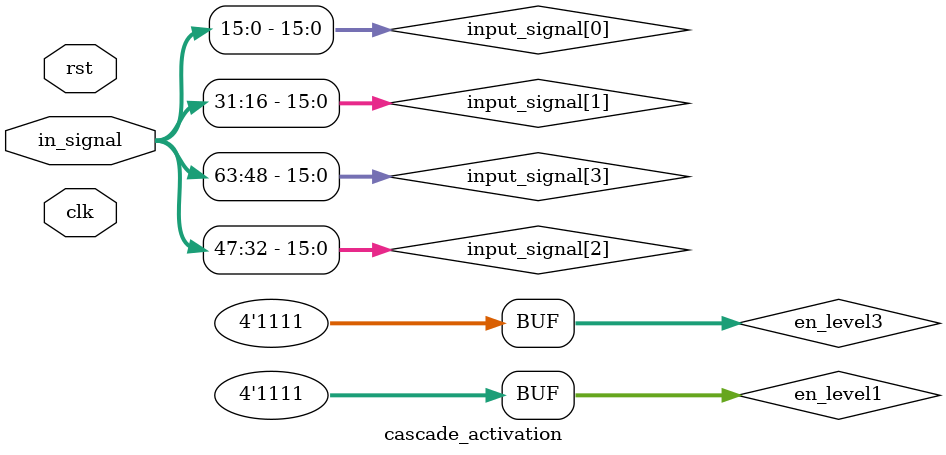
<source format=v>
`timescale 1ns / 1ps

module cascade_activation#(parameter NUM = 4, WIDTH = 16, DECIMAL_POINT = 14)(
    input clk,
    input rst,
    input [NUM*WIDTH-1:0] in_signal
    );
    
    wire [WIDTH-1:0] input_signal[NUM-1:0];
    
    genvar i;
    for (i = 0; i < NUM; i= i+1)
    begin
        assign input_signal[i] = in_signal[(i+1)*WIDTH-1:0+i*WIDTH];
    end
    
    wire [WIDTH-1:0] output_signal_level1 [NUM-1:0];
    reg   [NUM-1:0]  en_level1;
    reg   [NUM-1:0]  en_level3;
    wire  [NUM-1:0]  rdy_level1;
    wire  [NUM-1:0]  rdy_level3;
    initial begin
        en_level1 ={NUM{1'b1}};
        en_level3 ={NUM{1'b1}};
    end
    
    
    relu_sign#(.WIDTH(WIDTH)) level1_relu(
        .iClk(clk),
        .iRst(rst),
        .data(input_signal[0]),
        .dataOut(output_signal_level1[0]),
        .enable(en_level1[0]),
        .rdy(rdy_level1[0])
    );
        
        
    hardtanh_sign#(.WIDTH(WIDTH),.DECIMAL_POINT(DECIMAL_POINT)) level1_hardtanh(
        .iClk(clk),
        .iRst(rst),
        .data(input_signal[1]),
        .dataOut(output_signal_level1[1]),
        .enable(en_level1[1]),
        .rdy(rdy_level1[1])
    );
       
    sigmoid_sign#(.WIDTH(WIDTH),.DECIMAL_POINT(DECIMAL_POINT)) level1_sigmoid(
        .iClk(clk),
        .iRst(rst),
        .data(input_signal[2]),
        .dataOut(output_signal_level1[2]),
        .enable(en_level1[2]),
        .rdy(rdy_level1[2])
    );
    

    
    leakyRelu_sign#(.WIDTH(WIDTH)) level1_leakyrelu(
        .iClk(clk),
        .iRst(rst),
        .data(input_signal[3]),
        .dataOut(output_signal_level1[3]),
        .enable(en_level1[3]),
        .rdy(rdy_level1[3])
    );
    
    wire [NUM*WIDTH-1:0] softmax_in_signal;
    wire [NUM*WIDTH-1:0] softmax_out_signal_pack;
    
    for (i = 0; i < NUM; i = i +1)
    begin
        assign softmax_in_signal[(i+1)*WIDTH-1:0+i*WIDTH] = output_signal_level1[i];
    end
    
    softmax#(.NUM(NUM) ,.LEN(WIDTH)) softmax_level2(
        .clk(clk),
        .in(softmax_in_signal),
        .softmax(softmax_out_signal_pack)
    );
    
    wire [WIDTH-1:0] softmax_out_signal[NUM-1:0];

    for (i = 0; i < NUM; i= i+1)
    begin
        assign softmax_out_signal[i] = softmax_out_signal_pack[(i+1)*WIDTH-1:0+i*WIDTH];
    end
    
    
    wire [WIDTH-1:0] output_signal_level3[NUM-1:0];
    
    sigmoid_sign#(.WIDTH(WIDTH),.DECIMAL_POINT(DECIMAL_POINT)) level3_sigmoid(
        .iClk(clk),
        .iRst(rst),
        .data(softmax_out_signal[3]),
        .dataOut(output_signal_level3[3]),
        .enable(en_level3[3]),
        .rdy(rdy_level3[3])
    );
     
    hardtanh_sign#(.WIDTH(WIDTH),.DECIMAL_POINT(DECIMAL_POINT)) level3_hardtanh(
        .iClk(clk),
        .iRst(rst),
        .data(softmax_out_signal[2]),
        .dataOut(output_signal_level3[2]),
        .enable(en_level3[2]),
        .rdy(rdy_level3[2])
    );
       

    leakyRelu_sign#(.WIDTH(WIDTH)) level3_leakyrelu(
        .iClk(clk),
        .iRst(rst),
        .data(softmax_out_signal[1]),
        .dataOut(output_signal_level3[1]),
        .enable(en_level3[1]),
        .rdy(rdy_level3[1])
    );
    
    
    relu_sign#(.WIDTH(WIDTH)) level3_relu(
        .iClk(clk),
        .iRst(rst),
        .data(softmax_out_signal[0]),
        .dataOut(output_signal_level3[0]),
        .enable(en_level3[0]),
        .rdy(rdy_level3[0])
    );
    
endmodule

</source>
